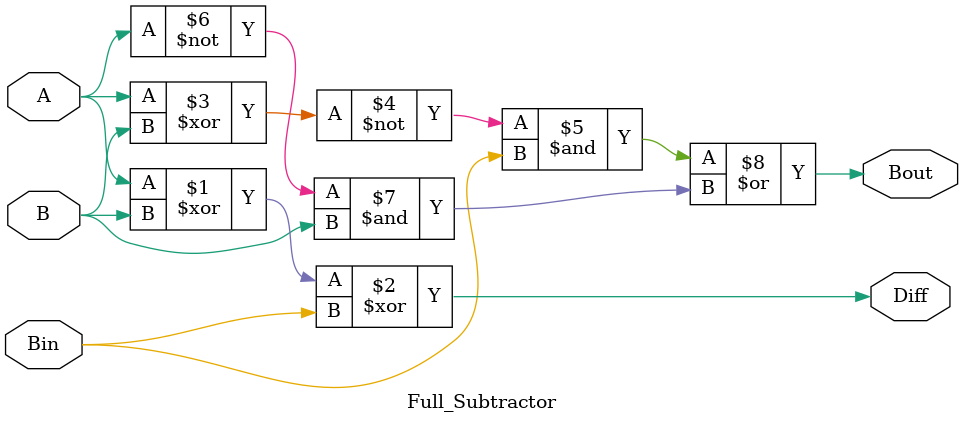
<source format=v>
module Full_Subtractor (A,B,Bin,Diff,Bout);
    input A,B,Bin;
    output Diff,Bout;
    assign Diff = A^B^Bin;
    assign Bout = (~(A^B)&Bin)|(~A&B);
endmodule
</source>
